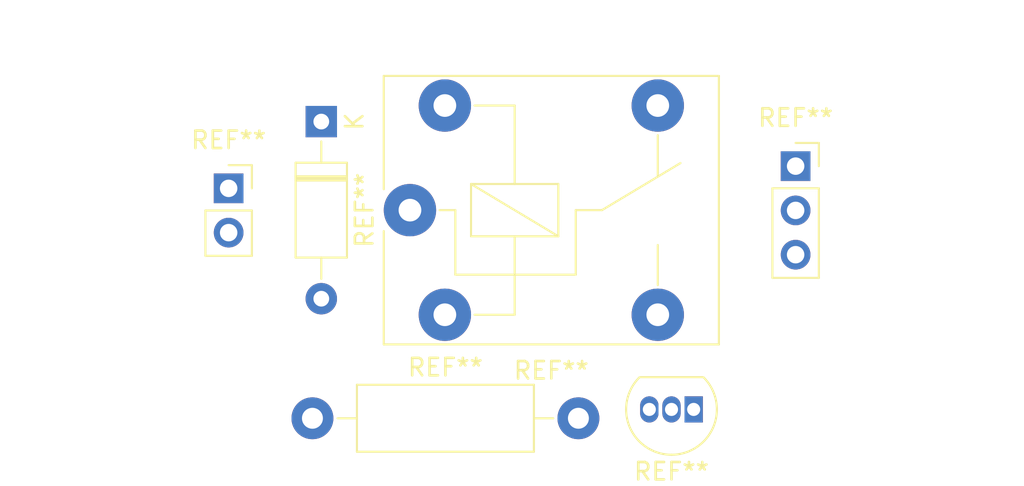
<source format=kicad_pcb>
(kicad_pcb (version 20211014) (generator pcbnew)
  (layers (0 "F.Cu" signal) (31 "B.Cu" signal) (34 "B.Paste" user) (35 "F.Paste" user) (36 "B.SilkS" user "B.Silkscreen") (37 "F.SilkS" user "F.Silkscreen") (38 "B.Mask" user) (39 "F.Mask" user) (44 "Edge.Cuts" user))
  (net 0 "")
  (footprint "Resistor_THT:R_Axial_DIN0411_L9.9mm_D3.6mm_P15.24mm_Horizontal" (layer "F.Cu") (at 121.666 95.25)
    (fp_text reference "REF**" (at 7.62 -2.92) (layer "F.SilkS"))
    (fp_text value "R_Axial_DIN0411_L9.9mm_D3.6mm_P15.24mm_Horizontal")
    (fp_line (start 12.69 -1.92) (end 2.55 -1.92) (layer "F.SilkS") (width 0.12))
    (fp_line (start 1.44 0) (end 2.55 0) (layer "F.SilkS") (width 0.12))
    (fp_line (start 13.8 0) (end 12.69 0) (layer "F.SilkS") (width 0.12))
    (fp_line (start 2.55 -1.92) (end 2.55 1.92) (layer "F.SilkS") (width 0.12))
    (fp_line (start 2.55 1.92) (end 12.69 1.92) (layer "F.SilkS") (width 0.12))
    (fp_line (start 12.69 1.92) (end 12.69 -1.92) (layer "F.SilkS") (width 0.12))
    (pad "1" thru_hole circle (at 0 0) (size 2.4 2.4) (drill 1.2) (layers *.Cu *.Mask))
    (pad "2" thru_hole oval (at 15.24 0) (size 2.4 2.4) (drill 1.2) (layers *.Cu *.Mask))
  )
  (footprint "Diode_THT:D_A-405_P10.16mm_Horizontal" (layer "F.Cu") (at 122.174 78.232 -90)
    (fp_text reference "REF**" (at 5.08 -2.47 90) (layer "F.SilkS"))
    (fp_text value "D_A-405_P10.16mm_Horizontal")
    (fp_text user "K" (at 0 -1.9 90) (layer "F.SilkS"))
    (fp_line (start 2.36 1.47) (end 7.8 1.47) (layer "F.SilkS") (width 0.12))
    (fp_line (start 9.02 0) (end 7.8 0) (layer "F.SilkS") (width 0.12))
    (fp_line (start 3.26 -1.47) (end 3.26 1.47) (layer "F.SilkS") (width 0.12))
    (fp_line (start 3.38 -1.47) (end 3.38 1.47) (layer "F.SilkS") (width 0.12))
    (fp_line (start 7.8 -1.47) (end 2.36 -1.47) (layer "F.SilkS") (width 0.12))
    (fp_line (start 1.14 0) (end 2.36 0) (layer "F.SilkS") (width 0.12))
    (fp_line (start 2.36 -1.47) (end 2.36 1.47) (layer "F.SilkS") (width 0.12))
    (fp_line (start 7.8 1.47) (end 7.8 -1.47) (layer "F.SilkS") (width 0.12))
    (fp_line (start 3.14 -1.47) (end 3.14 1.47) (layer "F.SilkS") (width 0.12))
    (pad "1" thru_hole rect (at 0 0 270) (size 1.8 1.8) (drill 0.9) (layers *.Cu *.Mask))
    (pad "2" thru_hole oval (at 10.16 0 270) (size 1.8 1.8) (drill 0.9) (layers *.Cu *.Mask))
  )
  (footprint "Connector_PinSocket_2.54mm:PinSocket_1x03_P2.54mm_Vertical" (layer "F.Cu") (at 149.352 80.787)
    (fp_text reference "REF**" (at 0 -2.77) (layer "F.SilkS"))
    (fp_text value "PinSocket_1x03_P2.54mm_Vertical")
    (fp_line (start 1.33 -1.33) (end 1.33 0) (layer "F.SilkS") (width 0.12))
    (fp_line (start -1.33 6.41) (end 1.33 6.41) (layer "F.SilkS") (width 0.12))
    (fp_line (start 0 -1.33) (end 1.33 -1.33) (layer "F.SilkS") (width 0.12))
    (fp_line (start 1.33 1.27) (end 1.33 6.41) (layer "F.SilkS") (width 0.12))
    (fp_line (start -1.33 1.27) (end -1.33 6.41) (layer "F.SilkS") (width 0.12))
    (fp_line (start -1.33 1.27) (end 1.33 1.27) (layer "F.SilkS") (width 0.12))
    (pad "1" thru_hole rect (at 0 0) (size 1.7 1.7) (drill 1) (layers *.Cu *.Mask))
    (pad "2" thru_hole oval (at 0 2.54) (size 1.7 1.7) (drill 1) (layers *.Cu *.Mask))
    (pad "3" thru_hole oval (at 0 5.08) (size 1.7 1.7) (drill 1) (layers *.Cu *.Mask))
  )
  (footprint "Relay_THT:Relay_SPDT_Finder_36.11" (layer "F.Cu") (at 127.254 83.312)
    (fp_text reference "REF**" (at 8.1 9.2) (layer "F.SilkS"))
    (fp_text value "Relay_SPDT_Finder_36.11")
    (fp_line (start 11 0) (end 15.5 -2.7) (layer "F.SilkS") (width 0.12))
    (fp_line (start -1.5 -7.7) (end -1.5 -1.2) (layer "F.SilkS") (width 0.12))
    (fp_line (start 9.5 0) (end 9.5 3.7) (layer "F.SilkS") (width 0.12))
    (fp_line (start 14.2 -4.3) (end 14.2 -2) (layer "F.SilkS") (width 0.12))
    (fp_line (start 2.6 0) (end 2.6 3.7) (layer "F.SilkS") (width 0.12))
    (fp_line (start 2.6 0) (end 1.7 0) (layer "F.SilkS") (width 0.12))
    (fp_line (start 3.5 -1.5) (end 8.5 -1.5) (layer "F.SilkS") (width 0.12))
    (fp_line (start 6 -6) (end 6 -1.5) (layer "F.SilkS") (width 0.12))
    (fp_line (start 3.5 1.5) (end 3.5 -1.5) (layer "F.SilkS") (width 0.12))
    (fp_line (start 6 1.5) (end 6 6) (layer "F.SilkS") (width 0.12))
    (fp_line (start 9.5 3.7) (end 2.6 3.7) (layer "F.SilkS") (width 0.12))
    (fp_line (start 3.7 6) (end 6 6) (layer "F.SilkS") (width 0.12))
    (fp_line (start -1.5 -7.7) (end 17.7 -7.7) (layer "F.SilkS") (width 0.12))
    (fp_line (start 6 -6) (end 3.7 -6) (layer "F.SilkS") (width 0.12))
    (fp_line (start 8.5 1.5) (end 3.5 -1.5) (layer "F.SilkS") (width 0.12))
    (fp_line (start 9.5 0) (end 11 0) (layer "F.SilkS") (width 0.12))
    (fp_line (start 8.5 -1.5) (end 8.5 1.5) (layer "F.SilkS") (width 0.12))
    (fp_line (start -1.5 1.2) (end -1.5 7.7) (layer "F.SilkS") (width 0.12))
    (fp_line (start 17.7 7.7) (end -1.5 7.7) (layer "F.SilkS") (width 0.12))
    (fp_line (start 17.7 -7.7) (end 17.7 7.7) (layer "F.SilkS") (width 0.12))
    (fp_line (start 14.2 4.3) (end 14.2 2) (layer "F.SilkS") (width 0.12))
    (fp_line (start 8.5 1.5) (end 3.5 1.5) (layer "F.SilkS") (width 0.12))
    (pad "11" thru_hole circle (at 0 0) (size 3 3) (drill 1.3) (layers *.Cu *.Mask))
    (pad "12" thru_hole circle (at 14.2 -6) (size 3 3) (drill 1.3) (layers *.Cu *.Mask))
    (pad "14" thru_hole circle (at 14.2 6) (size 3 3) (drill 1.3) (layers *.Cu *.Mask))
    (pad "A1" thru_hole circle (at 2 6) (size 3 3) (drill 1.3) (layers *.Cu *.Mask))
    (pad "A2" thru_hole circle (at 2 -6) (size 3 3) (drill 1.3) (layers *.Cu *.Mask))
  )
  (footprint "Connector_PinSocket_2.54mm:PinSocket_1x02_P2.54mm_Vertical" (layer "F.Cu") (at 116.865 82.062)
    (fp_text reference "REF**" (at 0 -2.77) (layer "F.SilkS"))
    (fp_text value "PinSocket_1x02_P2.54mm_Vertical")
    (fp_line (start 1.33 1.27) (end 1.33 3.87) (layer "F.SilkS") (width 0.12))
    (fp_line (start -1.33 1.27) (end 1.33 1.27) (layer "F.SilkS") (width 0.12))
    (fp_line (start 1.33 -1.33) (end 1.33 0) (layer "F.SilkS") (width 0.12))
    (fp_line (start -1.33 3.87) (end 1.33 3.87) (layer "F.SilkS") (width 0.12))
    (fp_line (start -1.33 1.27) (end -1.33 3.87) (layer "F.SilkS") (width 0.12))
    (fp_line (start 0 -1.33) (end 1.33 -1.33) (layer "F.SilkS") (width 0.12))
    (pad "1" thru_hole rect (at 0 0) (size 1.7 1.7) (drill 1) (layers *.Cu *.Mask))
    (pad "2" thru_hole oval (at 0 2.54) (size 1.7 1.7) (drill 1) (layers *.Cu *.Mask))
  )
  (footprint "Package_TO_SOT_THT:TO-92_Inline" (layer "F.Cu") (at 143.51 94.742 180)
    (fp_text reference "REF**" (at 1.27 -3.56) (layer "F.SilkS"))
    (fp_text value "TO-92_Inline")
    (fp_line (start -0.53 1.85) (end 3.07 1.85) (layer "F.SilkS") (width 0.12))
    (fp_arc (start -0.568478 1.838478) (mid -1.132087 -0.994977) (end 1.27 -2.6) (layer "F.SilkS") (width 0.12))
    (fp_arc (start 1.27 -2.6) (mid 3.672087 -0.994977) (end 3.108478 1.838478) (layer "F.SilkS") (width 0.12))
    (pad "1" thru_hole rect (at 0 0 180) (size 1.05 1.5) (drill 0.75) (layers *.Cu *.Mask))
    (pad "2" thru_hole oval (at 1.27 0 180) (size 1.05 1.5) (drill 0.75) (layers *.Cu *.Mask))
    (pad "3" thru_hole oval (at 2.54 0 180) (size 1.05 1.5) (drill 0.75) (layers *.Cu *.Mask))
  )
)
</source>
